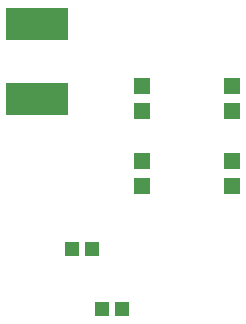
<source format=gbr>
G04 --- HEADER BEGIN --- *
%TF.GenerationSoftware,LibrePCB,LibrePCB,0.1*%
%TF.CreationDate,2016-06-12T03:42:08*%
%TF.ProjectId,Awesome LED Art,2aac30d5ff2b449da89c0cebc41db994,Default*%
%TF.Part,Single*%
%FSLAX66Y66*%
%MOMM*%
G01*
G74*
G04 --- HEADER END --- *
G04 --- APERTURE LIST BEGIN --- *
%ADD10R,1.400000X1.400000*%
%ADD11R,5.280000X2.740000*%
%ADD12R,1.200000X1.300000*%
G04 --- APERTURE LIST END --- *
G04 --- BOARD BEGIN --- *
D10*
X-7620000Y3590000D03*
X-7620000Y1490000D03*
D11*
X-16510000Y8890000D03*
D10*
X0Y9940000D03*
X0Y7840000D03*
D11*
X-16510000Y15240000D03*
D12*
X-11010000Y-8890000D03*
X-9310000Y-8890000D03*
D10*
X-7620000Y9940000D03*
X-7620000Y7840000D03*
X0Y3590000D03*
X0Y1490000D03*
D12*
X-13550000Y-3810000D03*
X-11850000Y-3810000D03*
G04 --- BOARD END --- *
%TF.MD5,16be2ce830debfa345af83bd7d4740a0*%
M02*

</source>
